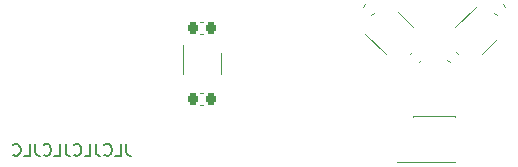
<source format=gbr>
%TF.GenerationSoftware,KiCad,Pcbnew,(6.0.8)*%
%TF.CreationDate,2022-11-08T14:12:11+01:00*%
%TF.ProjectId,Touchpad,546f7563-6870-4616-942e-6b696361645f,rev?*%
%TF.SameCoordinates,Original*%
%TF.FileFunction,Legend,Bot*%
%TF.FilePolarity,Positive*%
%FSLAX46Y46*%
G04 Gerber Fmt 4.6, Leading zero omitted, Abs format (unit mm)*
G04 Created by KiCad (PCBNEW (6.0.8)) date 2022-11-08 14:12:11*
%MOMM*%
%LPD*%
G01*
G04 APERTURE LIST*
G04 Aperture macros list*
%AMRoundRect*
0 Rectangle with rounded corners*
0 $1 Rounding radius*
0 $2 $3 $4 $5 $6 $7 $8 $9 X,Y pos of 4 corners*
0 Add a 4 corners polygon primitive as box body*
4,1,4,$2,$3,$4,$5,$6,$7,$8,$9,$2,$3,0*
0 Add four circle primitives for the rounded corners*
1,1,$1+$1,$2,$3*
1,1,$1+$1,$4,$5*
1,1,$1+$1,$6,$7*
1,1,$1+$1,$8,$9*
0 Add four rect primitives between the rounded corners*
20,1,$1+$1,$2,$3,$4,$5,0*
20,1,$1+$1,$4,$5,$6,$7,0*
20,1,$1+$1,$6,$7,$8,$9,0*
20,1,$1+$1,$8,$9,$2,$3,0*%
%AMRotRect*
0 Rectangle, with rotation*
0 The origin of the aperture is its center*
0 $1 length*
0 $2 width*
0 $3 Rotation angle, in degrees counterclockwise*
0 Add horizontal line*
21,1,$1,$2,0,0,$3*%
G04 Aperture macros list end*
%ADD10C,0.150000*%
%ADD11C,0.120000*%
%ADD12C,5.600000*%
%ADD13RoundRect,0.225000X0.225000X0.250000X-0.225000X0.250000X-0.225000X-0.250000X0.225000X-0.250000X0*%
%ADD14RoundRect,0.225000X0.017678X-0.335876X0.335876X-0.017678X-0.017678X0.335876X-0.335876X0.017678X0*%
%ADD15RotRect,1.060000X0.650000X225.000000*%
%ADD16RoundRect,0.225000X0.335876X0.017678X0.017678X0.335876X-0.335876X-0.017678X-0.017678X-0.335876X0*%
%ADD17R,0.650000X1.060000*%
%ADD18RoundRect,0.225000X-0.017678X0.335876X-0.335876X0.017678X0.017678X-0.335876X0.335876X-0.017678X0*%
%ADD19RotRect,1.060000X0.650000X315.000000*%
%ADD20R,2.400000X0.740000*%
G04 APERTURE END LIST*
D10*
X182269047Y-76552380D02*
X182269047Y-77266666D01*
X182316666Y-77409523D01*
X182411904Y-77504761D01*
X182554761Y-77552380D01*
X182650000Y-77552380D01*
X181316666Y-77552380D02*
X181792857Y-77552380D01*
X181792857Y-76552380D01*
X180411904Y-77457142D02*
X180459523Y-77504761D01*
X180602380Y-77552380D01*
X180697619Y-77552380D01*
X180840476Y-77504761D01*
X180935714Y-77409523D01*
X180983333Y-77314285D01*
X181030952Y-77123809D01*
X181030952Y-76980952D01*
X180983333Y-76790476D01*
X180935714Y-76695238D01*
X180840476Y-76600000D01*
X180697619Y-76552380D01*
X180602380Y-76552380D01*
X180459523Y-76600000D01*
X180411904Y-76647619D01*
X179697619Y-76552380D02*
X179697619Y-77266666D01*
X179745238Y-77409523D01*
X179840476Y-77504761D01*
X179983333Y-77552380D01*
X180078571Y-77552380D01*
X178745238Y-77552380D02*
X179221428Y-77552380D01*
X179221428Y-76552380D01*
X177840476Y-77457142D02*
X177888095Y-77504761D01*
X178030952Y-77552380D01*
X178126190Y-77552380D01*
X178269047Y-77504761D01*
X178364285Y-77409523D01*
X178411904Y-77314285D01*
X178459523Y-77123809D01*
X178459523Y-76980952D01*
X178411904Y-76790476D01*
X178364285Y-76695238D01*
X178269047Y-76600000D01*
X178126190Y-76552380D01*
X178030952Y-76552380D01*
X177888095Y-76600000D01*
X177840476Y-76647619D01*
X177126190Y-76552380D02*
X177126190Y-77266666D01*
X177173809Y-77409523D01*
X177269047Y-77504761D01*
X177411904Y-77552380D01*
X177507142Y-77552380D01*
X176173809Y-77552380D02*
X176650000Y-77552380D01*
X176650000Y-76552380D01*
X175269047Y-77457142D02*
X175316666Y-77504761D01*
X175459523Y-77552380D01*
X175554761Y-77552380D01*
X175697619Y-77504761D01*
X175792857Y-77409523D01*
X175840476Y-77314285D01*
X175888095Y-77123809D01*
X175888095Y-76980952D01*
X175840476Y-76790476D01*
X175792857Y-76695238D01*
X175697619Y-76600000D01*
X175554761Y-76552380D01*
X175459523Y-76552380D01*
X175316666Y-76600000D01*
X175269047Y-76647619D01*
X174554761Y-76552380D02*
X174554761Y-77266666D01*
X174602380Y-77409523D01*
X174697619Y-77504761D01*
X174840476Y-77552380D01*
X174935714Y-77552380D01*
X173602380Y-77552380D02*
X174078571Y-77552380D01*
X174078571Y-76552380D01*
X172697619Y-77457142D02*
X172745238Y-77504761D01*
X172888095Y-77552380D01*
X172983333Y-77552380D01*
X173126190Y-77504761D01*
X173221428Y-77409523D01*
X173269047Y-77314285D01*
X173316666Y-77123809D01*
X173316666Y-76980952D01*
X173269047Y-76790476D01*
X173221428Y-76695238D01*
X173126190Y-76600000D01*
X172983333Y-76552380D01*
X172888095Y-76552380D01*
X172745238Y-76600000D01*
X172697619Y-76647619D01*
D11*
%TO.C,C3*%
X188794625Y-67285000D02*
X188513465Y-67285000D01*
X188794625Y-66265000D02*
X188513465Y-66265000D01*
%TO.C,C2*%
X207011219Y-69660030D02*
X207210030Y-69461219D01*
X206289970Y-68938781D02*
X206488781Y-68739970D01*
%TO.C,U3*%
X210125162Y-66697954D02*
X211857574Y-64965543D01*
X213674838Y-67702046D02*
X212402046Y-68974838D01*
%TO.C,C4*%
X188794625Y-72265000D02*
X188513465Y-72265000D01*
X188794625Y-73285000D02*
X188513465Y-73285000D01*
%TO.C,C6*%
X209638781Y-69660030D02*
X209439970Y-69461219D01*
X210360030Y-68938781D02*
X210161219Y-68739970D01*
%TO.C,U2*%
X190264045Y-68875000D02*
X190264045Y-70675000D01*
X187044045Y-70675000D02*
X187044045Y-68225000D01*
%TO.C,C1*%
X202488781Y-64739970D02*
X202289970Y-64938781D01*
X203210030Y-65461219D02*
X203011219Y-65660030D01*
%TO.C,U1*%
X205252046Y-65425162D02*
X206524838Y-66697954D01*
X204247954Y-68974838D02*
X202515543Y-67242426D01*
%TO.C,J1*%
X206535000Y-78115000D02*
X210065000Y-78115000D01*
X210065000Y-74250000D02*
X210065000Y-74185000D01*
X206535000Y-78115000D02*
X206535000Y-78050000D01*
X206535000Y-74250000D02*
X206535000Y-74185000D01*
X206535000Y-74185000D02*
X210065000Y-74185000D01*
X205210000Y-78050000D02*
X206535000Y-78050000D01*
X210065000Y-78115000D02*
X210065000Y-78050000D01*
%TO.C,C5*%
X213638781Y-65660030D02*
X213439970Y-65461219D01*
X214360030Y-64938781D02*
X214161219Y-64739970D01*
%TD*%
%LPC*%
D12*
%TO.C,TP1*%
X201400000Y-71500000D02*
G75*
G03*
X201400000Y-71500000I-2700000J0D01*
G01*
%TD*%
D13*
%TO.C,C3*%
X189429045Y-66775000D03*
X187879045Y-66775000D03*
%TD*%
D14*
%TO.C,C2*%
X206201992Y-69748008D03*
X207298008Y-68651992D03*
%TD*%
D15*
%TO.C,U3*%
X212006066Y-65750431D03*
X212677817Y-66422183D03*
X213349569Y-67093934D03*
X211793934Y-68649569D03*
X211122183Y-67977817D03*
X210450431Y-67306066D03*
%TD*%
D13*
%TO.C,C4*%
X189429045Y-72775000D03*
X187879045Y-72775000D03*
%TD*%
D16*
%TO.C,C6*%
X210448008Y-69748008D03*
X209351992Y-68651992D03*
%TD*%
D17*
%TO.C,U2*%
X187704045Y-68675000D03*
X188654045Y-68675000D03*
X189604045Y-68675000D03*
X189604045Y-70875000D03*
X188654045Y-70875000D03*
X187704045Y-70875000D03*
%TD*%
D18*
%TO.C,C1*%
X203298008Y-64651992D03*
X202201992Y-65748008D03*
%TD*%
D19*
%TO.C,U1*%
X203300431Y-67093934D03*
X203972183Y-66422183D03*
X204643934Y-65750431D03*
X206199569Y-67306066D03*
X205527817Y-67977817D03*
X204856066Y-68649569D03*
%TD*%
D20*
%TO.C,J1*%
X206350000Y-77420000D03*
X210250000Y-77420000D03*
X206350000Y-76150000D03*
X210250000Y-76150000D03*
X206350000Y-74880000D03*
X210250000Y-74880000D03*
%TD*%
D16*
%TO.C,C5*%
X214448008Y-65748008D03*
X213351992Y-64651992D03*
%TD*%
M02*

</source>
